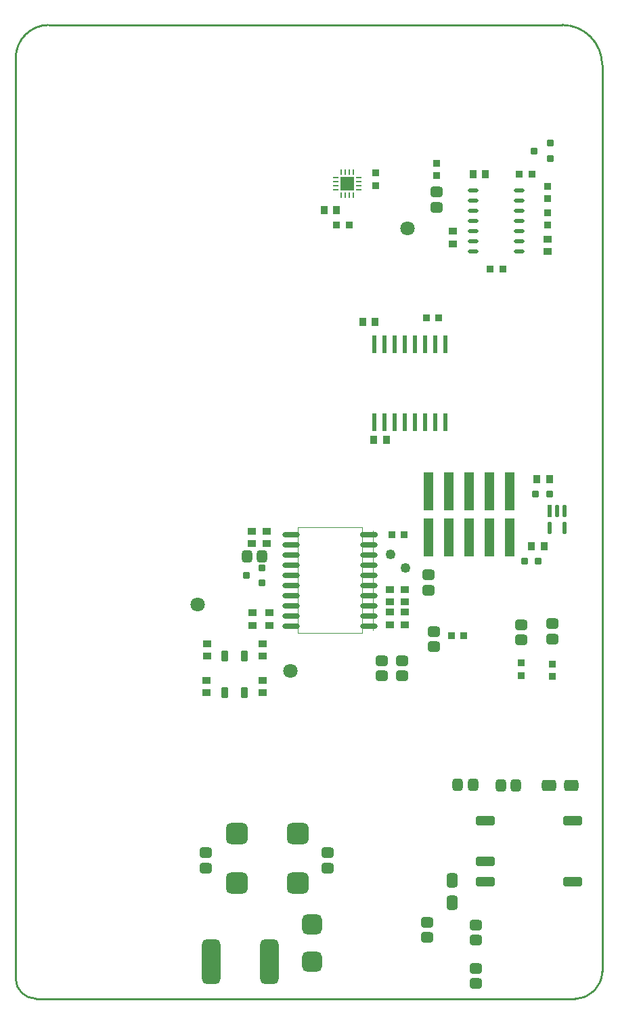
<source format=gbp>
G04*
G04 #@! TF.GenerationSoftware,Altium Limited,Altium Designer,22.8.2 (66)*
G04*
G04 Layer_Color=128*
%FSLAX44Y44*%
%MOMM*%
G71*
G04*
G04 #@! TF.SameCoordinates,B0619A4A-581E-4249-BB79-A942B5E0D796*
G04*
G04*
G04 #@! TF.FilePolarity,Positive*
G04*
G01*
G75*
%ADD13C,0.2540*%
%ADD16C,0.0254*%
%ADD17C,0.0500*%
%ADD18R,0.9500X0.9500*%
%ADD19R,0.6000X2.2000*%
%ADD22R,0.9500X0.9500*%
G04:AMPARAMS|DCode=24|XSize=1.3mm|YSize=1.5001mm|CornerRadius=0.325mm|HoleSize=0mm|Usage=FLASHONLY|Rotation=90.000|XOffset=0mm|YOffset=0mm|HoleType=Round|Shape=RoundedRectangle|*
%AMROUNDEDRECTD24*
21,1,1.3000,0.8501,0,0,90.0*
21,1,0.6500,1.5001,0,0,90.0*
1,1,0.6500,0.4251,0.3250*
1,1,0.6500,0.4251,-0.3250*
1,1,0.6500,-0.4251,-0.3250*
1,1,0.6500,-0.4251,0.3250*
%
%ADD24ROUNDEDRECTD24*%
%ADD25C,1.8000*%
%ADD27R,0.9500X1.0000*%
G04:AMPARAMS|DCode=28|XSize=1.3mm|YSize=1.5001mm|CornerRadius=0.325mm|HoleSize=0mm|Usage=FLASHONLY|Rotation=0.000|XOffset=0mm|YOffset=0mm|HoleType=Round|Shape=RoundedRectangle|*
%AMROUNDEDRECTD28*
21,1,1.3000,0.8501,0,0,0.0*
21,1,0.6500,1.5001,0,0,0.0*
1,1,0.6500,0.3250,-0.4251*
1,1,0.6500,-0.3250,-0.4251*
1,1,0.6500,-0.3250,0.4251*
1,1,0.6500,0.3250,0.4251*
%
%ADD28ROUNDEDRECTD28*%
%ADD29R,1.0000X0.9500*%
G04:AMPARAMS|DCode=31|XSize=2.5mm|YSize=2.5mm|CornerRadius=0.625mm|HoleSize=0mm|Usage=FLASHONLY|Rotation=270.000|XOffset=0mm|YOffset=0mm|HoleType=Round|Shape=RoundedRectangle|*
%AMROUNDEDRECTD31*
21,1,2.5000,1.2500,0,0,270.0*
21,1,1.2500,2.5000,0,0,270.0*
1,1,1.2500,-0.6250,-0.6250*
1,1,1.2500,-0.6250,0.6250*
1,1,1.2500,0.6250,0.6250*
1,1,1.2500,0.6250,-0.6250*
%
%ADD31ROUNDEDRECTD31*%
%ADD32O,1.3208X0.5588*%
%ADD86O,2.1590X0.7112*%
G04:AMPARAMS|DCode=87|XSize=2.159mm|YSize=0.7112mm|CornerRadius=0.1778mm|HoleSize=0mm|Usage=FLASHONLY|Rotation=180.000|XOffset=0mm|YOffset=0mm|HoleType=Round|Shape=RoundedRectangle|*
%AMROUNDEDRECTD87*
21,1,2.1590,0.3556,0,0,180.0*
21,1,1.8034,0.7112,0,0,180.0*
1,1,0.3556,-0.9017,0.1778*
1,1,0.3556,0.9017,0.1778*
1,1,0.3556,0.9017,-0.1778*
1,1,0.3556,-0.9017,-0.1778*
%
%ADD87ROUNDEDRECTD87*%
%ADD88O,0.2500X0.8000*%
%ADD89O,0.8000X0.2500*%
%ADD90R,1.6800X1.6800*%
G04:AMPARAMS|DCode=91|XSize=0.8mm|YSize=0.9mm|CornerRadius=0.2mm|HoleSize=0mm|Usage=FLASHONLY|Rotation=270.000|XOffset=0mm|YOffset=0mm|HoleType=Round|Shape=RoundedRectangle|*
%AMROUNDEDRECTD91*
21,1,0.8000,0.5000,0,0,270.0*
21,1,0.4000,0.9000,0,0,270.0*
1,1,0.4000,-0.2500,-0.2000*
1,1,0.4000,-0.2500,0.2000*
1,1,0.4000,0.2500,0.2000*
1,1,0.4000,0.2500,-0.2000*
%
%ADD91ROUNDEDRECTD91*%
G04:AMPARAMS|DCode=92|XSize=1.35mm|YSize=0.9mm|CornerRadius=0.225mm|HoleSize=0mm|Usage=FLASHONLY|Rotation=90.000|XOffset=0mm|YOffset=0mm|HoleType=Round|Shape=RoundedRectangle|*
%AMROUNDEDRECTD92*
21,1,1.3500,0.4500,0,0,90.0*
21,1,0.9000,0.9000,0,0,90.0*
1,1,0.4500,0.2250,0.4500*
1,1,0.4500,0.2250,-0.4500*
1,1,0.4500,-0.2250,-0.4500*
1,1,0.4500,-0.2250,0.4500*
%
%ADD92ROUNDEDRECTD92*%
%ADD93C,1.2500*%
G04:AMPARAMS|DCode=94|XSize=1.5544mm|YSize=0.5721mm|CornerRadius=0.2861mm|HoleSize=0mm|Usage=FLASHONLY|Rotation=270.000|XOffset=0mm|YOffset=0mm|HoleType=Round|Shape=RoundedRectangle|*
%AMROUNDEDRECTD94*
21,1,1.5544,0.0000,0,0,270.0*
21,1,0.9823,0.5721,0,0,270.0*
1,1,0.5721,0.0000,-0.4911*
1,1,0.5721,0.0000,0.4911*
1,1,0.5721,0.0000,0.4911*
1,1,0.5721,0.0000,-0.4911*
%
%ADD94ROUNDEDRECTD94*%
%ADD95R,0.5721X1.5544*%
G04:AMPARAMS|DCode=96|XSize=1.8mm|YSize=1.4mm|CornerRadius=0.35mm|HoleSize=0mm|Usage=FLASHONLY|Rotation=0.000|XOffset=0mm|YOffset=0mm|HoleType=Round|Shape=RoundedRectangle|*
%AMROUNDEDRECTD96*
21,1,1.8000,0.7000,0,0,0.0*
21,1,1.1000,1.4000,0,0,0.0*
1,1,0.7000,0.5500,-0.3500*
1,1,0.7000,-0.5500,-0.3500*
1,1,0.7000,-0.5500,0.3500*
1,1,0.7000,0.5500,0.3500*
%
%ADD96ROUNDEDRECTD96*%
G04:AMPARAMS|DCode=97|XSize=2.4mm|YSize=1.2mm|CornerRadius=0.3mm|HoleSize=0mm|Usage=FLASHONLY|Rotation=0.000|XOffset=0mm|YOffset=0mm|HoleType=Round|Shape=RoundedRectangle|*
%AMROUNDEDRECTD97*
21,1,2.4000,0.6000,0,0,0.0*
21,1,1.8000,1.2000,0,0,0.0*
1,1,0.6000,0.9000,-0.3000*
1,1,0.6000,-0.9000,-0.3000*
1,1,0.6000,-0.9000,0.3000*
1,1,0.6000,0.9000,0.3000*
%
%ADD97ROUNDEDRECTD97*%
G04:AMPARAMS|DCode=98|XSize=1.8mm|YSize=1.4mm|CornerRadius=0.35mm|HoleSize=0mm|Usage=FLASHONLY|Rotation=90.000|XOffset=0mm|YOffset=0mm|HoleType=Round|Shape=RoundedRectangle|*
%AMROUNDEDRECTD98*
21,1,1.8000,0.7000,0,0,90.0*
21,1,1.1000,1.4000,0,0,90.0*
1,1,0.7000,0.3500,0.5500*
1,1,0.7000,0.3500,-0.5500*
1,1,0.7000,-0.3500,-0.5500*
1,1,0.7000,-0.3500,0.5500*
%
%ADD98ROUNDEDRECTD98*%
G04:AMPARAMS|DCode=99|XSize=2.7mm|YSize=2.7mm|CornerRadius=0.675mm|HoleSize=0mm|Usage=FLASHONLY|Rotation=180.000|XOffset=0mm|YOffset=0mm|HoleType=Round|Shape=RoundedRectangle|*
%AMROUNDEDRECTD99*
21,1,2.7000,1.3500,0,0,180.0*
21,1,1.3500,2.7000,0,0,180.0*
1,1,1.3500,-0.6750,0.6750*
1,1,1.3500,0.6750,0.6750*
1,1,1.3500,0.6750,-0.6750*
1,1,1.3500,-0.6750,-0.6750*
%
%ADD99ROUNDEDRECTD99*%
G04:AMPARAMS|DCode=100|XSize=2.3mm|YSize=5.6mm|CornerRadius=0.575mm|HoleSize=0mm|Usage=FLASHONLY|Rotation=0.000|XOffset=0mm|YOffset=0mm|HoleType=Round|Shape=RoundedRectangle|*
%AMROUNDEDRECTD100*
21,1,2.3000,4.4500,0,0,0.0*
21,1,1.1500,5.6000,0,0,0.0*
1,1,1.1500,0.5750,-2.2250*
1,1,1.1500,-0.5750,-2.2250*
1,1,1.1500,-0.5750,2.2250*
1,1,1.1500,0.5750,2.2250*
%
%ADD100ROUNDEDRECTD100*%
%ADD101R,1.2500X4.7500*%
G04:AMPARAMS|DCode=102|XSize=0.9mm|YSize=0.8mm|CornerRadius=0.2mm|HoleSize=0mm|Usage=FLASHONLY|Rotation=0.000|XOffset=0mm|YOffset=0mm|HoleType=Round|Shape=RoundedRectangle|*
%AMROUNDEDRECTD102*
21,1,0.9000,0.4000,0,0,0.0*
21,1,0.5000,0.8000,0,0,0.0*
1,1,0.4000,0.2500,-0.2000*
1,1,0.4000,-0.2500,-0.2000*
1,1,0.4000,-0.2500,0.2000*
1,1,0.4000,0.2500,0.2000*
%
%ADD102ROUNDEDRECTD102*%
D13*
X700000Y0D02*
G03*
X733500Y33500I0J33500D01*
G01*
X0Y25000D02*
G03*
X25000Y0I25000J0D01*
G01*
X41400Y1216400D02*
G03*
X0Y1175000I0J-41400D01*
G01*
X733500Y1166500D02*
G03*
X683600Y1216400I-49900J0D01*
G01*
X0Y25000D02*
Y1175000D01*
X25000Y0D02*
X700000D01*
X733500Y33500D02*
Y1166500D01*
X41400Y1216400D02*
X683600D01*
D16*
X446547Y460248D02*
Y584454D01*
D17*
X353250Y588476D02*
X433145D01*
X353250Y456438D02*
Y588476D01*
Y456438D02*
X433145D01*
Y588476D01*
D18*
X416944Y966470D02*
D03*
X401444D02*
D03*
X470402Y579374D02*
D03*
X485902D02*
D03*
X513842Y850392D02*
D03*
X529342D02*
D03*
X560200Y453673D02*
D03*
X544700D02*
D03*
X645590Y1029970D02*
D03*
X630090D02*
D03*
X609170Y911500D02*
D03*
X593670D02*
D03*
D19*
X537700Y719750D02*
D03*
X525000D02*
D03*
X512300D02*
D03*
X499600D02*
D03*
X486900D02*
D03*
X474200D02*
D03*
X461500D02*
D03*
X448800D02*
D03*
X537700Y817750D02*
D03*
X525000D02*
D03*
X512300D02*
D03*
X499600D02*
D03*
X486900D02*
D03*
X474200D02*
D03*
X461500D02*
D03*
X448800D02*
D03*
D22*
X450596Y1031370D02*
D03*
Y1015870D02*
D03*
X526250Y1028000D02*
D03*
Y1043500D02*
D03*
X664920Y999382D02*
D03*
Y1014883D02*
D03*
Y966340D02*
D03*
Y981840D02*
D03*
X671270Y402460D02*
D03*
Y417960D02*
D03*
X631900Y403730D02*
D03*
Y419230D02*
D03*
D24*
X522978Y458706D02*
D03*
Y439706D02*
D03*
X575302Y18828D02*
D03*
Y37828D02*
D03*
X575564Y72898D02*
D03*
Y91897D02*
D03*
X514350Y76251D02*
D03*
Y95250D02*
D03*
X237938Y163250D02*
D03*
Y182250D02*
D03*
X390338Y163250D02*
D03*
Y182250D02*
D03*
X526488Y1007880D02*
D03*
Y988880D02*
D03*
X483310Y422370D02*
D03*
Y403370D02*
D03*
X458208Y403130D02*
D03*
Y422130D02*
D03*
X516262Y529370D02*
D03*
Y510370D02*
D03*
X632162Y448305D02*
D03*
Y467304D02*
D03*
X671532Y449575D02*
D03*
Y468574D02*
D03*
D25*
X227250Y492250D02*
D03*
X343154Y409448D02*
D03*
X490220Y962660D02*
D03*
D27*
X401450Y985520D02*
D03*
X385950D02*
D03*
X434250Y845000D02*
D03*
X449750D02*
D03*
X448000Y698000D02*
D03*
X463500D02*
D03*
X587580Y1029970D02*
D03*
X572080D02*
D03*
X667410Y648785D02*
D03*
X651910D02*
D03*
X660804Y565293D02*
D03*
X645304D02*
D03*
D28*
X308338Y552458D02*
D03*
X289338D02*
D03*
X625570Y266543D02*
D03*
X606570D02*
D03*
X571764Y266857D02*
D03*
X552765D02*
D03*
D29*
X486660Y511054D02*
D03*
Y495554D02*
D03*
X467972Y511054D02*
D03*
Y495554D02*
D03*
X308864Y443350D02*
D03*
Y427850D02*
D03*
X239522Y443350D02*
D03*
Y427850D02*
D03*
X309118Y397894D02*
D03*
Y382394D02*
D03*
X238506Y397850D02*
D03*
Y382350D02*
D03*
X295890Y466380D02*
D03*
Y481880D02*
D03*
X317480Y466380D02*
D03*
Y481880D02*
D03*
X314318Y583900D02*
D03*
Y568400D02*
D03*
X294935Y583910D02*
D03*
Y568410D02*
D03*
X486560Y482686D02*
D03*
Y467186D02*
D03*
X467873Y482686D02*
D03*
Y467186D02*
D03*
X546810Y958480D02*
D03*
Y942980D02*
D03*
X664920Y933298D02*
D03*
Y948798D02*
D03*
D31*
X370280Y92910D02*
D03*
Y45910D02*
D03*
D32*
X630090Y933080D02*
D03*
Y945780D02*
D03*
Y958480D02*
D03*
Y971180D02*
D03*
Y983880D02*
D03*
Y996580D02*
D03*
Y1009280D02*
D03*
X571740D02*
D03*
Y996580D02*
D03*
Y983880D02*
D03*
Y971180D02*
D03*
Y958480D02*
D03*
Y945780D02*
D03*
Y933080D02*
D03*
D86*
X344419Y465328D02*
D03*
X441965D02*
D03*
X344429Y478028D02*
D03*
Y490728D02*
D03*
Y503428D02*
D03*
Y516128D02*
D03*
Y528828D02*
D03*
Y541528D02*
D03*
Y554228D02*
D03*
Y566928D02*
D03*
Y579628D02*
D03*
X441965Y478028D02*
D03*
Y490728D02*
D03*
Y503428D02*
D03*
Y516128D02*
D03*
Y528828D02*
D03*
Y541528D02*
D03*
Y554228D02*
D03*
Y566928D02*
D03*
D87*
Y579628D02*
D03*
D88*
X422068Y1032808D02*
D03*
X417068D02*
D03*
X412068D02*
D03*
X407068D02*
D03*
Y1003808D02*
D03*
X412068D02*
D03*
X417068D02*
D03*
X422068D02*
D03*
D89*
X400068Y1025808D02*
D03*
Y1020808D02*
D03*
Y1015808D02*
D03*
Y1010808D02*
D03*
X429068D02*
D03*
Y1015808D02*
D03*
Y1020808D02*
D03*
Y1025808D02*
D03*
D90*
X414568Y1018308D02*
D03*
D91*
X668570Y1068532D02*
D03*
Y1049532D02*
D03*
X648570Y1059033D02*
D03*
X288290Y528574D02*
D03*
X308290Y538074D02*
D03*
Y519074D02*
D03*
D92*
X286290Y382350D02*
D03*
X261290D02*
D03*
Y427850D02*
D03*
X286290D02*
D03*
D93*
X469138Y554736D02*
D03*
X487426Y537972D02*
D03*
D94*
X667410Y587594D02*
D03*
X686410D02*
D03*
Y609600D02*
D03*
X676910D02*
D03*
D95*
X667410D02*
D03*
D96*
X666750Y266700D02*
D03*
X694750D02*
D03*
D97*
X696350Y146050D02*
D03*
Y222250D02*
D03*
X587350D02*
D03*
Y171450D02*
D03*
Y146050D02*
D03*
D98*
X546100Y120050D02*
D03*
Y148050D02*
D03*
D99*
X276300Y206393D02*
D03*
X352500D02*
D03*
Y144192D02*
D03*
X276300D02*
D03*
D100*
X244550Y45870D02*
D03*
X317550D02*
D03*
D101*
X516450Y634000D02*
D03*
Y576500D02*
D03*
X541850D02*
D03*
X592650D02*
D03*
X567250Y634000D02*
D03*
X618050D02*
D03*
X592650D02*
D03*
X541850D02*
D03*
X567250Y576500D02*
D03*
X618050D02*
D03*
D102*
X650410Y630420D02*
D03*
X667410D02*
D03*
X636304Y546242D02*
D03*
X653304D02*
D03*
M02*

</source>
